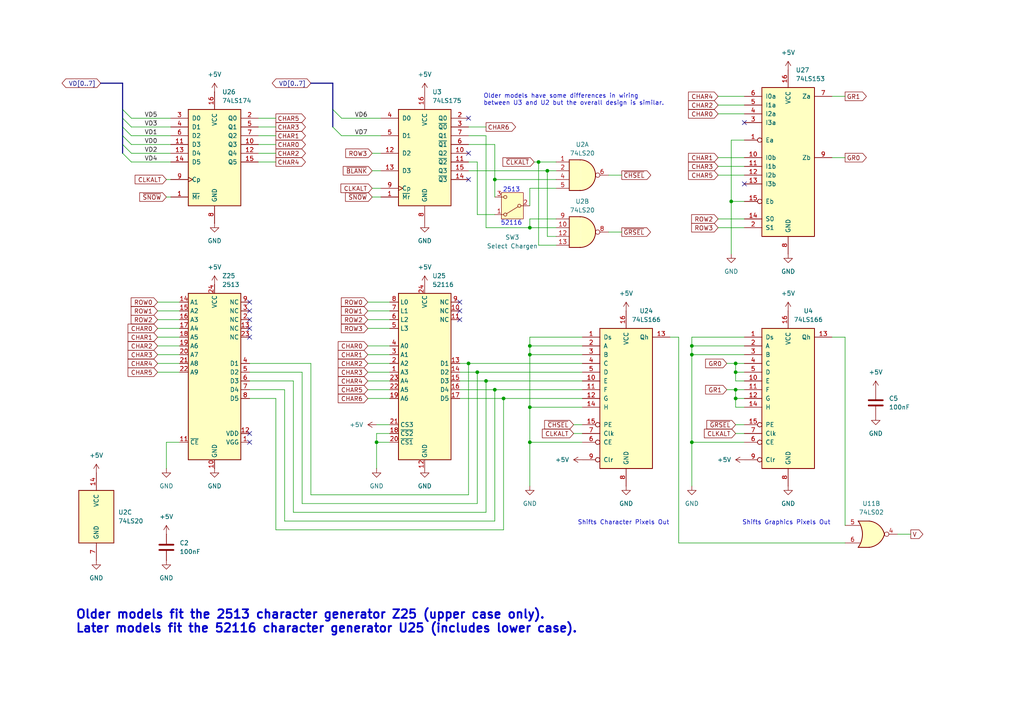
<source format=kicad_sch>
(kicad_sch (version 20231120) (generator "eeschema") (generator_version "8.0")
  (paper "A4")
  (title_block (title "Dick Smith System 80 Video and Cassette") (date "1980"))
  (lib_symbols
    (symbol "74xx:74LS02" (pin_names (offset 1.016))
      (property "Reference" "U" (at 0 1.27 0))
      (property "Value" "74LS02" (at 0 -1.27 0))
      (symbol "74LS02_1_1"
        (arc (start -3.81 -3.81) (mid -2.589 0) (end -3.81 3.81) (stroke (width 0.254)))
        (arc (start -0.6096 -3.81) (mid 2.1842 -2.5851) (end 3.81 0) (stroke (width 0.254)) (fill (type background)))
        (polyline (pts (xy -3.81 -3.81) (xy -0.635 -3.81)) (stroke (width 0.254)) (fill (type background)))
        (polyline (pts (xy -3.81 3.81) (xy -0.635 3.81)) (stroke (width 0.254)) (fill (type background)))
        (polyline (pts (xy -0.635 3.81) (xy -3.81 3.81) (xy -3.81 3.81) (xy -3.556 3.4036) (xy -3.0226 2.2606) (xy -2.6924 1.0414) (xy -2.6162 -0.254) (xy -2.7686 -1.4986) (xy -3.175 -2.7178) (xy -3.81 -3.81) (xy -3.81 -3.81) (xy -0.635 -3.81)) (stroke (width -25.4)) (fill (type background)))
        (arc (start 3.81 0) (mid 2.1915 2.5936) (end -0.6096 3.81) (stroke (width 0.254)) (fill (type background)))
        (pin output inverted (at 7.62 0 180) (length 3.81) (name "~") (number "1"))
        (pin input line (at -7.62 2.54 0) (length 4.318) (name "~") (number "2"))
        (pin input line (at -7.62 -2.54 0) (length 4.318) (name "~") (number "3"))
      )
      (symbol "74LS02_1_2"
        (arc (start 0 -3.81) (mid 3.7934 0) (end 0 3.81) (stroke (width 0.254)) (fill (type background)))
        (polyline (pts (xy 0 3.81) (xy -3.81 3.81) (xy -3.81 -3.81) (xy 0 -3.81)) (stroke (width 0.254)) (fill (type background)))
        (pin output line (at 7.62 0 180) (length 3.81) (name "~") (number "1"))
        (pin input inverted (at -7.62 2.54 0) (length 3.81) (name "~") (number "2"))
        (pin input inverted (at -7.62 -2.54 0) (length 3.81) (name "~") (number "3"))
      )
      (symbol "74LS02_2_1"
        (arc (start -3.81 -3.81) (mid -2.589 0) (end -3.81 3.81) (stroke (width 0.254)))
        (arc (start -0.6096 -3.81) (mid 2.1842 -2.5851) (end 3.81 0) (stroke (width 0.254)) (fill (type background)))
        (polyline (pts (xy -3.81 -3.81) (xy -0.635 -3.81)) (stroke (width 0.254)) (fill (type background)))
        (polyline (pts (xy -3.81 3.81) (xy -0.635 3.81)) (stroke (width 0.254)) (fill (type background)))
        (polyline (pts (xy -0.635 3.81) (xy -3.81 3.81) (xy -3.81 3.81) (xy -3.556 3.4036) (xy -3.0226 2.2606) (xy -2.6924 1.0414) (xy -2.6162 -0.254) (xy -2.7686 -1.4986) (xy -3.175 -2.7178) (xy -3.81 -3.81) (xy -3.81 -3.81) (xy -0.635 -3.81)) (stroke (width -25.4)) (fill (type background)))
        (arc (start 3.81 0) (mid 2.1915 2.5936) (end -0.6096 3.81) (stroke (width 0.254)) (fill (type background)))
        (pin output inverted (at 7.62 0 180) (length 3.81) (name "~") (number "4"))
        (pin input line (at -7.62 2.54 0) (length 4.318) (name "~") (number "5"))
        (pin input line (at -7.62 -2.54 0) (length 4.318) (name "~") (number "6"))
      )
      (symbol "74LS02_2_2"
        (arc (start 0 -3.81) (mid 3.7934 0) (end 0 3.81) (stroke (width 0.254)) (fill (type background)))
        (polyline (pts (xy 0 3.81) (xy -3.81 3.81) (xy -3.81 -3.81) (xy 0 -3.81)) (stroke (width 0.254)) (fill (type background)))
        (pin output line (at 7.62 0 180) (length 3.81) (name "~") (number "4"))
        (pin input inverted (at -7.62 2.54 0) (length 3.81) (name "~") (number "5"))
        (pin input inverted (at -7.62 -2.54 0) (length 3.81) (name "~") (number "6"))
      )
      (symbol "74LS02_3_1"
        (arc (start -3.81 -3.81) (mid -2.589 0) (end -3.81 3.81) (stroke (width 0.254)))
        (arc (start -0.6096 -3.81) (mid 2.1842 -2.5851) (end 3.81 0) (stroke (width 0.254)) (fill (type background)))
        (polyline (pts (xy -3.81 -3.81) (xy -0.635 -3.81)) (stroke (width 0.254)) (fill (type background)))
        (polyline (pts (xy -3.81 3.81) (xy -0.635 3.81)) (stroke (width 0.254)) (fill (type background)))
        (polyline (pts (xy -0.635 3.81) (xy -3.81 3.81) (xy -3.81 3.81) (xy -3.556 3.4036) (xy -3.0226 2.2606) (xy -2.6924 1.0414) (xy -2.6162 -0.254) (xy -2.7686 -1.4986) (xy -3.175 -2.7178) (xy -3.81 -3.81) (xy -3.81 -3.81) (xy -0.635 -3.81)) (stroke (width -25.4)) (fill (type background)))
        (arc (start 3.81 0) (mid 2.1915 2.5936) (end -0.6096 3.81) (stroke (width 0.254)) (fill (type background)))
        (pin output inverted (at 7.62 0 180) (length 3.81) (name "~") (number "10"))
        (pin input line (at -7.62 2.54 0) (length 4.318) (name "~") (number "8"))
        (pin input line (at -7.62 -2.54 0) (length 4.318) (name "~") (number "9"))
      )
      (symbol "74LS02_3_2"
        (arc (start 0 -3.81) (mid 3.7934 0) (end 0 3.81) (stroke (width 0.254)) (fill (type background)))
        (polyline (pts (xy 0 3.81) (xy -3.81 3.81) (xy -3.81 -3.81) (xy 0 -3.81)) (stroke (width 0.254)) (fill (type background)))
        (pin output line (at 7.62 0 180) (length 3.81) (name "~") (number "10"))
        (pin input inverted (at -7.62 2.54 0) (length 3.81) (name "~") (number "8"))
        (pin input inverted (at -7.62 -2.54 0) (length 3.81) (name "~") (number "9"))
      )
      (symbol "74LS02_4_1"
        (arc (start -3.81 -3.81) (mid -2.589 0) (end -3.81 3.81) (stroke (width 0.254)))
        (arc (start -0.6096 -3.81) (mid 2.1842 -2.5851) (end 3.81 0) (stroke (width 0.254)) (fill (type background)))
        (polyline (pts (xy -3.81 -3.81) (xy -0.635 -3.81)) (stroke (width 0.254)) (fill (type background)))
        (polyline (pts (xy -3.81 3.81) (xy -0.635 3.81)) (stroke (width 0.254)) (fill (type background)))
        (polyline (pts (xy -0.635 3.81) (xy -3.81 3.81) (xy -3.81 3.81) (xy -3.556 3.4036) (xy -3.0226 2.2606) (xy -2.6924 1.0414) (xy -2.6162 -0.254) (xy -2.7686 -1.4986) (xy -3.175 -2.7178) (xy -3.81 -3.81) (xy -3.81 -3.81) (xy -0.635 -3.81)) (stroke (width -25.4)) (fill (type background)))
        (arc (start 3.81 0) (mid 2.1915 2.5936) (end -0.6096 3.81) (stroke (width 0.254)) (fill (type background)))
        (pin input line (at -7.62 2.54 0) (length 4.318) (name "~") (number "11"))
        (pin input line (at -7.62 -2.54 0) (length 4.318) (name "~") (number "12"))
        (pin output inverted (at 7.62 0 180) (length 3.81) (name "~") (number "13"))
      )
      (symbol "74LS02_4_2"
        (arc (start 0 -3.81) (mid 3.7934 0) (end 0 3.81) (stroke (width 0.254)) (fill (type background)))
        (polyline (pts (xy 0 3.81) (xy -3.81 3.81) (xy -3.81 -3.81) (xy 0 -3.81)) (stroke (width 0.254)) (fill (type background)))
        (pin input inverted (at -7.62 2.54 0) (length 3.81) (name "~") (number "11"))
        (pin input inverted (at -7.62 -2.54 0) (length 3.81) (name "~") (number "12"))
        (pin output line (at 7.62 0 180) (length 3.81) (name "~") (number "13"))
      )
      (symbol "74LS02_5_0"
        (pin power_in line (at 0 12.7 270) (length 5.08) (name "VCC") (number "14"))
        (pin power_in line (at 0 -12.7 90) (length 5.08) (name "GND") (number "7"))
      )
      (symbol "74LS02_5_1"
        (rectangle (start -5.08 7.62) (end 5.08 -7.62) (stroke (width 0.254)) (fill (type background)))
      )
    )
    (symbol "74xx:74LS153" (pin_names (offset 1.016))
      (property "Reference" "U" (at -7.62 21.59 0))
      (property "Value" "74LS153" (at -7.62 -24.13 0))
      (symbol "74LS153_1_0"
        (pin input inverted (at -12.7 5.08 0) (length 5.08) (name "Ea") (number "1"))
        (pin input line (at -12.7 0 0) (length 5.08) (name "I0b") (number "10"))
        (pin input line (at -12.7 -2.54 0) (length 5.08) (name "I1b") (number "11"))
        (pin input line (at -12.7 -5.08 0) (length 5.08) (name "I2b") (number "12"))
        (pin input line (at -12.7 -7.62 0) (length 5.08) (name "I3b") (number "13"))
        (pin input line (at -12.7 -17.78 0) (length 5.08) (name "S0") (number "14"))
        (pin input inverted (at -12.7 -12.7 0) (length 5.08) (name "Eb") (number "15"))
        (pin power_in line (at 0 25.4 270) (length 5.08) (name "VCC") (number "16"))
        (pin input line (at -12.7 -20.32 0) (length 5.08) (name "S1") (number "2"))
        (pin input line (at -12.7 10.16 0) (length 5.08) (name "I3a") (number "3"))
        (pin input line (at -12.7 12.7 0) (length 5.08) (name "I2a") (number "4"))
        (pin input line (at -12.7 15.24 0) (length 5.08) (name "I1a") (number "5"))
        (pin input line (at -12.7 17.78 0) (length 5.08) (name "I0a") (number "6"))
        (pin output line (at 12.7 17.78 180) (length 5.08) (name "Za") (number "7"))
        (pin power_in line (at 0 -27.94 90) (length 5.08) (name "GND") (number "8"))
        (pin output line (at 12.7 0 180) (length 5.08) (name "Zb") (number "9"))
      )
      (symbol "74LS153_1_1"
        (rectangle (start -7.62 20.32) (end 7.62 -22.86) (stroke (width 0.254)) (fill (type background)))
      )
    )
    (symbol "74xx:74LS166" (pin_names (offset 1.016))
      (property "Reference" "U" (at -7.62 21.59 0))
      (property "Value" "74LS166" (at -7.62 -21.59 0))
      (symbol "74LS166_1_0"
        (pin input line (at -12.7 17.78 0) (length 5.08) (name "Ds") (number "1"))
        (pin input line (at -12.7 5.08 0) (length 5.08) (name "E") (number "10"))
        (pin input line (at -12.7 2.54 0) (length 5.08) (name "F") (number "11"))
        (pin input line (at -12.7 0 0) (length 5.08) (name "G") (number "12"))
        (pin output line (at 12.7 17.78 180) (length 5.08) (name "Qh") (number "13"))
        (pin input line (at -12.7 -2.54 0) (length 5.08) (name "H") (number "14"))
        (pin input inverted (at -12.7 -7.62 0) (length 5.08) (name "PE") (number "15"))
        (pin power_in line (at 0 25.4 270) (length 5.08) (name "VCC") (number "16"))
        (pin input line (at -12.7 15.24 0) (length 5.08) (name "A") (number "2"))
        (pin input line (at -12.7 12.7 0) (length 5.08) (name "B") (number "3"))
        (pin input line (at -12.7 10.16 0) (length 5.08) (name "C") (number "4"))
        (pin input line (at -12.7 7.62 0) (length 5.08) (name "D") (number "5"))
        (pin input inverted (at -12.7 -12.7 0) (length 5.08) (name "CE") (number "6"))
        (pin input line (at -12.7 -10.16 0) (length 5.08) (name "Clk") (number "7"))
        (pin power_in line (at 0 -25.4 90) (length 5.08) (name "GND") (number "8"))
        (pin input inverted (at -12.7 -17.78 0) (length 5.08) (name "Clr") (number "9"))
      )
      (symbol "74LS166_1_1"
        (rectangle (start -7.62 20.32) (end 7.62 -20.32) (stroke (width 0.254)) (fill (type background)))
      )
    )
    (symbol "74xx:74LS174" (pin_names (offset 1.016))
      (property "Reference" "U" (at -7.62 13.97 0))
      (property "Value" "74LS174" (at -7.62 -16.51 0))
      (symbol "74LS174_1_0"
        (pin input line (at -12.7 -12.7 0) (length 5.08) (name "~{Mr}") (number "1"))
        (pin output line (at 12.7 2.54 180) (length 5.08) (name "Q3") (number "10"))
        (pin input line (at -12.7 2.54 0) (length 5.08) (name "D3") (number "11"))
        (pin output line (at 12.7 0 180) (length 5.08) (name "Q4") (number "12"))
        (pin input line (at -12.7 0 0) (length 5.08) (name "D4") (number "13"))
        (pin input line (at -12.7 -2.54 0) (length 5.08) (name "D5") (number "14"))
        (pin output line (at 12.7 -2.54 180) (length 5.08) (name "Q5") (number "15"))
        (pin power_in line (at 0 17.78 270) (length 5.08) (name "VCC") (number "16"))
        (pin output line (at 12.7 10.16 180) (length 5.08) (name "Q0") (number "2"))
        (pin input line (at -12.7 10.16 0) (length 5.08) (name "D0") (number "3"))
        (pin input line (at -12.7 7.62 0) (length 5.08) (name "D1") (number "4"))
        (pin output line (at 12.7 7.62 180) (length 5.08) (name "Q1") (number "5"))
        (pin input line (at -12.7 5.08 0) (length 5.08) (name "D2") (number "6"))
        (pin output line (at 12.7 5.08 180) (length 5.08) (name "Q2") (number "7"))
        (pin power_in line (at 0 -20.32 90) (length 5.08) (name "GND") (number "8"))
        (pin input clock (at -12.7 -7.62 0) (length 5.08) (name "Cp") (number "9"))
      )
      (symbol "74LS174_1_1"
        (rectangle (start -7.62 12.7) (end 7.62 -15.24) (stroke (width 0.254)) (fill (type background)))
      )
    )
    (symbol "74xx:74LS175" (pin_names (offset 1.016))
      (property "Reference" "U" (at -7.62 13.97 0))
      (property "Value" "74LS175" (at -7.62 -16.51 0))
      (symbol "74LS175_1_0"
        (pin input line (at -12.7 -12.7 0) (length 5.08) (name "~{Mr}") (number "1"))
        (pin output line (at 12.7 0 180) (length 5.08) (name "Q2") (number "10"))
        (pin output line (at 12.7 -2.54 180) (length 5.08) (name "~{Q2}") (number "11"))
        (pin input line (at -12.7 0 0) (length 5.08) (name "D2") (number "12"))
        (pin input line (at -12.7 -5.08 0) (length 5.08) (name "D3") (number "13"))
        (pin output line (at 12.7 -7.62 180) (length 5.08) (name "~{Q3}") (number "14"))
        (pin output line (at 12.7 -5.08 180) (length 5.08) (name "Q3") (number "15"))
        (pin power_in line (at 0 17.78 270) (length 5.08) (name "VCC") (number "16"))
        (pin output line (at 12.7 10.16 180) (length 5.08) (name "Q0") (number "2"))
        (pin output line (at 12.7 7.62 180) (length 5.08) (name "~{Q0}") (number "3"))
        (pin input line (at -12.7 10.16 0) (length 5.08) (name "D0") (number "4"))
        (pin input line (at -12.7 5.08 0) (length 5.08) (name "D1") (number "5"))
        (pin output line (at 12.7 2.54 180) (length 5.08) (name "~{Q1}") (number "6"))
        (pin output line (at 12.7 5.08 180) (length 5.08) (name "Q1") (number "7"))
        (pin power_in line (at 0 -20.32 90) (length 5.08) (name "GND") (number "8"))
        (pin input clock (at -12.7 -10.16 0) (length 5.08) (name "Cp") (number "9"))
      )
      (symbol "74LS175_1_1"
        (rectangle (start -7.62 12.7) (end 7.62 -15.24) (stroke (width 0.254)) (fill (type background)))
      )
    )
    (symbol "74xx:74LS20" (pin_names (offset 1.016))
      (property "Reference" "U" (at 0 1.27 0))
      (property "Value" "74LS20" (at 0 -1.27 0))
      (symbol "74LS20_1_1"
        (arc (start -0.635 -4.445) (mid 3.7907 0) (end -0.635 4.445) (stroke (width 0.254)) (fill (type background)))
        (polyline (pts (xy -0.635 4.445) (xy -3.81 4.445) (xy -3.81 -4.445) (xy -0.635 -4.445)) (stroke (width 0.254)) (fill (type background)))
        (pin input line (at -7.62 3.81 0) (length 3.81) (name "~") (number "1"))
        (pin input line (at -7.62 1.27 0) (length 3.81) (name "~") (number "2"))
        (pin input line (at -7.62 -1.27 0) (length 3.81) (name "~") (number "4"))
        (pin input line (at -7.62 -3.81 0) (length 3.81) (name "~") (number "5"))
        (pin output inverted (at 7.62 0 180) (length 3.81) (name "~") (number "6"))
      )
      (symbol "74LS20_1_2"
        (arc (start -3.81 -4.445) (mid -2.5908 0) (end -3.81 4.445) (stroke (width 0.254)))
        (arc (start -0.6096 -4.445) (mid 2.2246 -2.8422) (end 3.81 0) (stroke (width 0.254)) (fill (type background)))
        (polyline (pts (xy -3.81 -4.445) (xy -0.635 -4.445)) (stroke (width 0.254)) (fill (type background)))
        (polyline (pts (xy -3.81 4.445) (xy -0.635 4.445)) (stroke (width 0.254)) (fill (type background)))
        (polyline (pts (xy -0.635 4.445) (xy -3.81 4.445) (xy -3.81 4.445) (xy -3.6322 4.0894) (xy -3.0988 2.921) (xy -2.7686 1.6764) (xy -2.6162 0.4318) (xy -2.6416 -0.8636) (xy -2.8702 -2.1082) (xy -3.2512 -3.3274) (xy -3.81 -4.445) (xy -3.81 -4.445) (xy -0.635 -4.445)) (stroke (width -25.4)) (fill (type background)))
        (arc (start 3.81 0) (mid 2.2204 2.8379) (end -0.6096 4.445) (stroke (width 0.254)) (fill (type background)))
        (pin input inverted (at -7.62 3.81 0) (length 3.81) (name "~") (number "1"))
        (pin input inverted (at -7.62 1.27 0) (length 4.826) (name "~") (number "2"))
        (pin input inverted (at -7.62 -1.27 0) (length 4.826) (name "~") (number "4"))
        (pin input inverted (at -7.62 -3.81 0) (length 3.81) (name "~") (number "5"))
        (pin output line (at 7.62 0 180) (length 3.81) (name "~") (number "6"))
      )
      (symbol "74LS20_2_1"
        (arc (start -0.635 -4.445) (mid 3.7907 0) (end -0.635 4.445) (stroke (width 0.254)) (fill (type background)))
        (polyline (pts (xy -0.635 4.445) (xy -3.81 4.445) (xy -3.81 -4.445) (xy -0.635 -4.445)) (stroke (width 0.254)) (fill (type background)))
        (pin input line (at -7.62 1.27 0) (length 3.81) (name "~") (number "10"))
        (pin input line (at -7.62 -1.27 0) (length 3.81) (name "~") (number "12"))
        (pin input line (at -7.62 -3.81 0) (length 3.81) (name "~") (number "13"))
        (pin output inverted (at 7.62 0 180) (length 3.81) (name "~") (number "8"))
        (pin input line (at -7.62 3.81 0) (length 3.81) (name "~") (number "9"))
      )
      (symbol "74LS20_2_2"
        (arc (start -3.81 -4.445) (mid -2.5908 0) (end -3.81 4.445) (stroke (width 0.254)))
        (arc (start -0.6096 -4.445) (mid 2.2246 -2.8422) (end 3.81 0) (stroke (width 0.254)) (fill (type background)))
        (polyline (pts (xy -3.81 -4.445) (xy -0.635 -4.445)) (stroke (width 0.254)) (fill (type background)))
        (polyline (pts (xy -3.81 4.445) (xy -0.635 4.445)) (stroke (width 0.254)) (fill (type background)))
        (polyline (pts (xy -0.635 4.445) (xy -3.81 4.445) (xy -3.81 4.445) (xy -3.6322 4.0894) (xy -3.0988 2.921) (xy -2.7686 1.6764) (xy -2.6162 0.4318) (xy -2.6416 -0.8636) (xy -2.8702 -2.1082) (xy -3.2512 -3.3274) (xy -3.81 -4.445) (xy -3.81 -4.445) (xy -0.635 -4.445)) (stroke (width -25.4)) (fill (type background)))
        (arc (start 3.81 0) (mid 2.2204 2.8379) (end -0.6096 4.445) (stroke (width 0.254)) (fill (type background)))
        (pin input inverted (at -7.62 1.27 0) (length 4.826) (name "~") (number "10"))
        (pin input inverted (at -7.62 -1.27 0) (length 4.826) (name "~") (number "12"))
        (pin input inverted (at -7.62 -3.81 0) (length 3.81) (name "~") (number "13"))
        (pin output line (at 7.62 0 180) (length 3.81) (name "~") (number "8"))
        (pin input inverted (at -7.62 3.81 0) (length 3.81) (name "~") (number "9"))
      )
      (symbol "74LS20_3_0"
        (pin power_in line (at 0 12.7 270) (length 5.08) (name "VCC") (number "14"))
        (pin power_in line (at 0 -12.7 90) (length 5.08) (name "GND") (number "7"))
      )
      (symbol "74LS20_3_1"
        (rectangle (start -5.08 7.62) (end 5.08 -7.62) (stroke (width 0.254)) (fill (type background)))
      )
    )
    (symbol "Character_Generators:2513"
      (property "Reference" "U" (at -7.62 24.13 0))
      (property "Value" "2513" (at 2.54 -26.67 0))
      (symbol "2513_1_1"
        (rectangle (start -7.62 22.86) (end 7.62 -25.4) (stroke (width 0.254)) (fill (type background)))
        (pin power_in line (at 10.16 -20.32 180) (length 2.54) (name "VGG") (number "1"))
        (pin power_in line (at 0 -27.94 90) (length 2.54) (name "GND") (number "10"))
        (pin input line (at -10.16 -20.32 0) (length 2.54) (name "~{CE}") (number "11"))
        (pin power_in line (at 10.16 -17.78 180) (length 2.54) (name "VDD") (number "12"))
        (pin output line (at 10.16 12.7 180) (length 2.54) (name "NC") (number "13"))
        (pin input line (at -10.16 20.32 0) (length 2.54) (name "A1") (number "14"))
        (pin input line (at -10.16 17.78 0) (length 2.54) (name "A2") (number "15"))
        (pin input line (at -10.16 15.24 0) (length 2.54) (name "A3") (number "16"))
        (pin input line (at -10.16 12.7 0) (length 2.54) (name "A4") (number "17"))
        (pin input line (at -10.16 10.16 0) (length 2.54) (name "A5") (number "18"))
        (pin input line (at -10.16 7.62 0) (length 2.54) (name "A6") (number "19"))
        (pin output line (at 10.16 15.24 180) (length 2.54) (name "NC") (number "2"))
        (pin input line (at -10.16 5.08 0) (length 2.54) (name "A7") (number "20"))
        (pin input line (at -10.16 2.54 0) (length 2.54) (name "A8") (number "21"))
        (pin input line (at -10.16 0 0) (length 2.54) (name "A9") (number "22"))
        (pin output line (at 10.16 10.16 180) (length 2.54) (name "NC") (number "23"))
        (pin power_in line (at 0 25.4 270) (length 2.54) (name "VCC") (number "24"))
        (pin output line (at 10.16 17.78 180) (length 2.54) (name "NC") (number "3"))
        (pin tri_state line (at 10.16 2.54 180) (length 2.54) (name "D1") (number "4"))
        (pin tri_state line (at 10.16 0 180) (length 2.54) (name "D2") (number "5"))
        (pin tri_state line (at 10.16 -2.54 180) (length 2.54) (name "D3") (number "6"))
        (pin tri_state line (at 10.16 -5.08 180) (length 2.54) (name "D4") (number "7"))
        (pin tri_state line (at 10.16 -7.62 180) (length 2.54) (name "D5") (number "8"))
        (pin output line (at 10.16 20.32 180) (length 2.54) (name "NC") (number "9"))
      )
    )
    (symbol "Character_Generators:52116"
      (property "Reference" "U" (at -7.62 24.13 0))
      (property "Value" "52116" (at 2.54 -26.67 0))
      (symbol "52116_1_1"
        (rectangle (start -7.62 22.86) (end 7.62 -25.4) (stroke (width 0.254)) (fill (type background)))
        (pin input line (at -10.16 0 0) (length 2.54) (name "A3") (number "1"))
        (pin output line (at 10.16 17.78 180) (length 2.54) (name "NC") (number "10"))
        (pin output line (at 10.16 15.24 180) (length 2.54) (name "NC") (number "11"))
        (pin power_in line (at 0 -27.94 90) (length 2.54) (name "GND") (number "12"))
        (pin tri_state line (at 10.16 2.54 180) (length 2.54) (name "D1") (number "13"))
        (pin tri_state line (at 10.16 0 180) (length 2.54) (name "D2") (number "14"))
        (pin tri_state line (at 10.16 -2.54 180) (length 2.54) (name "D3") (number "15"))
        (pin tri_state line (at 10.16 -5.08 180) (length 2.54) (name "D4") (number "16"))
        (pin tri_state line (at 10.16 -7.62 180) (length 2.54) (name "D5") (number "17"))
        (pin input line (at -10.16 -17.78 0) (length 2.54) (name "~{CS2}") (number "18"))
        (pin input line (at -10.16 -7.62 0) (length 2.54) (name "A6") (number "19"))
        (pin input line (at -10.16 2.54 0) (length 2.54) (name "A2") (number "2"))
        (pin input line (at -10.16 -20.32 0) (length 2.54) (name "~{CS1}") (number "20"))
        (pin input line (at -10.16 -15.24 0) (length 2.54) (name "CS3") (number "21"))
        (pin input line (at -10.16 -5.08 0) (length 2.54) (name "A5") (number "22"))
        (pin input line (at -10.16 -2.54 0) (length 2.54) (name "A4") (number "23"))
        (pin power_in line (at 0 25.4 270) (length 2.54) (name "VCC") (number "24"))
        (pin input line (at -10.16 5.08 0) (length 2.54) (name "A1") (number "3"))
        (pin input line (at -10.16 7.62 0) (length 2.54) (name "A0") (number "4"))
        (pin input line (at -10.16 12.7 0) (length 2.54) (name "L3") (number "5"))
        (pin input line (at -10.16 15.24 0) (length 2.54) (name "L2") (number "6"))
        (pin input line (at -10.16 17.78 0) (length 2.54) (name "L1") (number "7"))
        (pin input line (at -10.16 20.32 0) (length 2.54) (name "L0") (number "8"))
        (pin output line (at 10.16 20.32 180) (length 2.54) (name "NC") (number "9"))
      )
    )
    (symbol "Device:C" (pin_numbers hide) (pin_names (offset 0.254))
      (property "Reference" "C" (at 0.635 2.54 0))
      (property "Value" "C" (at 0.635 -2.54 0))
      (symbol "C_0_1"
        (polyline (pts (xy -2.032 -0.762) (xy 2.032 -0.762)) (stroke (width 0.508)))
        (polyline (pts (xy -2.032 0.762) (xy 2.032 0.762)) (stroke (width 0.508)))
      )
      (symbol "C_1_1"
        (pin passive line (at 0 3.81 270) (length 2.794) (name "~") (number "1"))
        (pin passive line (at 0 -3.81 90) (length 2.794) (name "~") (number "2"))
      )
    )
    (symbol "Switch:SW_SPDT" (pin_names (offset 0) hide)
      (property "Reference" "SW" (at 0 5.08 0))
      (property "Value" "SW_SPDT" (at 0 -5.08 0))
      (symbol "SW_SPDT_0_1"
        (circle (center -2.032 0) (radius 0.4572))
        (polyline (pts (xy -1.651 0.254) (xy 1.651 2.286)))
        (circle (center 2.032 -2.54) (radius 0.4572))
        (circle (center 2.032 2.54) (radius 0.4572))
      )
      (symbol "SW_SPDT_1_1"
        (rectangle (start -3.175 3.81) (end 3.175 -3.81) (fill (type background)))
        (pin passive line (at 5.08 2.54 180) (length 2.54) (name "A") (number "1"))
        (pin passive line (at -5.08 0 0) (length 2.54) (name "B") (number "2"))
        (pin passive line (at 5.08 -2.54 180) (length 2.54) (name "C") (number "3"))
      )
    )
    (symbol "power:+5V" (power) (pin_numbers hide) (pin_names (offset 0) hide)
      (property "Value" "+5V" (at 0 3.556 0))
      (symbol "+5V_0_1"
        (polyline (pts (xy -0.762 1.27) (xy 0 2.54)))
        (polyline (pts (xy 0 0) (xy 0 2.54)))
        (polyline (pts (xy 0 2.54) (xy 0.762 1.27)))
      )
      (symbol "+5V_1_1"
        (pin power_in line (at 0 0 90) (length 0) (name "~") (number "1"))
      )
    )
    (symbol "power:GND" (power) (pin_numbers hide) (pin_names (offset 0) hide)
      (property "Value" "GND" (at 0 -3.81 0))
      (symbol "GND_0_1"
        (polyline (pts (xy 0 0) (xy 0 -1.27) (xy 1.27 -1.27) (xy 0 -2.54) (xy -1.27 -1.27) (xy 0 -1.27)))
      )
      (symbol "GND_1_1"
        (pin power_in line (at 0 0 270) (length 0) (name "~") (number "1"))
      )
    )
  )
  (junction (at 143.51 113.03))
  (junction (at 143.51 52.07))
  (junction (at 153.67 128.27))
  (junction (at 213.36 107.95))
  (junction (at 200.66 100.33))
  (junction (at 158.75 49.53))
  (junction (at 153.67 118.11))
  (junction (at 138.43 107.95))
  (junction (at 153.67 100.33))
  (junction (at 200.66 128.27))
  (junction (at 153.67 102.87))
  (junction (at 213.36 105.41))
  (junction (at 213.36 113.03))
  (junction (at 200.66 102.87))
  (junction (at 213.36 115.57))
  (junction (at 146.05 115.57))
  (junction (at 212.09 58.42))
  (junction (at 156.21 46.99))
  (junction (at 140.97 110.49))
  (junction (at 153.67 66.04))
  (junction (at 109.22 128.27))
  (junction (at 135.89 105.41))
  (no_connect (at 135.89 44.45))
  (no_connect (at 72.39 95.25))
  (no_connect (at 72.39 128.27))
  (no_connect (at 72.39 87.63))
  (no_connect (at 135.89 34.29))
  (no_connect (at 135.89 52.07))
  (no_connect (at 133.35 92.71))
  (no_connect (at 133.35 90.17))
  (no_connect (at 215.9 53.34))
  (no_connect (at 133.35 87.63))
  (no_connect (at 72.39 97.79))
  (no_connect (at 72.39 92.71))
  (no_connect (at 215.9 35.56))
  (no_connect (at 72.39 90.17))
  (no_connect (at 72.39 125.73))
  (bus_entry (at 35.56 31.75) (size 2.54 2.54))
  (bus_entry (at 35.56 39.37) (size 2.54 2.54))
  (bus_entry (at 35.56 36.83) (size 2.54 2.54))
  (bus_entry (at 35.56 41.91) (size 2.54 2.54))
  (bus_entry (at 35.56 44.45) (size 2.54 2.54))
  (bus_entry (at 96.52 36.83) (size 2.54 2.54))
  (bus_entry (at 96.52 31.75) (size 2.54 2.54))
  (bus_entry (at 35.56 34.29) (size 2.54 2.54))
  (wire (pts (xy 82.55 151.13) (xy 143.51 151.13)))
  (wire (pts (xy 109.22 123.19) (xy 113.03 123.19)))
  (wire (pts (xy 153.67 54.61) (xy 161.29 54.61)))
  (wire (pts (xy 213.36 107.95) (xy 213.36 105.41)))
  (wire (pts (xy 213.36 118.11) (xy 213.36 115.57)))
  (wire (pts (xy 138.43 46.99) (xy 138.43 62.23)))
  (bus (pts (xy 35.56 31.75) (xy 35.56 34.29)))
  (wire (pts (xy 153.67 97.79) (xy 153.67 100.33)))
  (wire (pts (xy 106.68 95.25) (xy 113.03 95.25)))
  (wire (pts (xy 158.75 68.58) (xy 158.75 49.53)))
  (wire (pts (xy 208.28 48.26) (xy 215.9 48.26)))
  (wire (pts (xy 45.72 105.41) (xy 52.07 105.41)))
  (wire (pts (xy 38.1 36.83) (xy 49.53 36.83)))
  (wire (pts (xy 87.63 146.05) (xy 138.43 146.05)))
  (wire (pts (xy 107.95 44.45) (xy 110.49 44.45)))
  (wire (pts (xy 135.89 36.83) (xy 140.97 36.83)))
  (bus (pts (xy 35.56 34.29) (xy 35.56 36.83)))
  (wire (pts (xy 213.36 113.03) (xy 215.9 113.03)))
  (wire (pts (xy 241.3 97.79) (xy 245.11 97.79)))
  (wire (pts (xy 146.05 153.67) (xy 146.05 115.57)))
  (wire (pts (xy 140.97 66.04) (xy 140.97 39.37)))
  (wire (pts (xy 85.09 148.59) (xy 140.97 148.59)))
  (wire (pts (xy 140.97 39.37) (xy 135.89 39.37)))
  (wire (pts (xy 153.67 128.27) (xy 168.91 128.27)))
  (wire (pts (xy 140.97 110.49) (xy 168.91 110.49)))
  (wire (pts (xy 153.67 118.11) (xy 168.91 118.11)))
  (wire (pts (xy 153.67 102.87) (xy 168.91 102.87)))
  (wire (pts (xy 166.37 123.19) (xy 168.91 123.19)))
  (wire (pts (xy 153.67 118.11) (xy 153.67 128.27)))
  (wire (pts (xy 210.82 113.03) (xy 213.36 113.03)))
  (wire (pts (xy 146.05 115.57) (xy 168.91 115.57)))
  (wire (pts (xy 200.66 97.79) (xy 200.66 100.33)))
  (wire (pts (xy 245.11 157.48) (xy 196.85 157.48)))
  (wire (pts (xy 212.09 40.64) (xy 215.9 40.64)))
  (wire (pts (xy 210.82 105.41) (xy 213.36 105.41)))
  (wire (pts (xy 176.53 50.8) (xy 180.34 50.8)))
  (wire (pts (xy 153.67 54.61) (xy 153.67 59.69)))
  (bus (pts (xy 35.56 36.83) (xy 35.56 39.37)))
  (wire (pts (xy 133.35 107.95) (xy 138.43 107.95)))
  (wire (pts (xy 215.9 97.79) (xy 200.66 97.79)))
  (wire (pts (xy 264.16 154.94) (xy 260.35 154.94)))
  (wire (pts (xy 74.93 34.29) (xy 80.01 34.29)))
  (wire (pts (xy 241.3 45.72) (xy 245.11 45.72)))
  (wire (pts (xy 213.36 107.95) (xy 215.9 107.95)))
  (wire (pts (xy 208.28 30.48) (xy 215.9 30.48)))
  (wire (pts (xy 85.09 110.49) (xy 85.09 148.59)))
  (wire (pts (xy 140.97 148.59) (xy 140.97 110.49)))
  (wire (pts (xy 106.68 110.49) (xy 113.03 110.49)))
  (wire (pts (xy 208.28 27.94) (xy 215.9 27.94)))
  (wire (pts (xy 200.66 102.87) (xy 215.9 102.87)))
  (wire (pts (xy 166.37 125.73) (xy 168.91 125.73)))
  (wire (pts (xy 153.67 63.5) (xy 153.67 66.04)))
  (wire (pts (xy 90.17 143.51) (xy 135.89 143.51)))
  (wire (pts (xy 168.91 97.79) (xy 153.67 97.79)))
  (wire (pts (xy 143.51 52.07) (xy 161.29 52.07)))
  (wire (pts (xy 45.72 102.87) (xy 52.07 102.87)))
  (wire (pts (xy 138.43 62.23) (xy 143.51 62.23)))
  (wire (pts (xy 156.21 46.99) (xy 161.29 46.99)))
  (wire (pts (xy 106.68 90.17) (xy 113.03 90.17)))
  (wire (pts (xy 161.29 63.5) (xy 153.67 63.5)))
  (wire (pts (xy 153.67 128.27) (xy 153.67 140.97)))
  (wire (pts (xy 38.1 46.99) (xy 49.53 46.99)))
  (wire (pts (xy 212.09 58.42) (xy 212.09 40.64)))
  (wire (pts (xy 107.95 57.15) (xy 110.49 57.15)))
  (wire (pts (xy 143.51 41.91) (xy 143.51 52.07)))
  (wire (pts (xy 194.31 97.79) (xy 196.85 97.79)))
  (wire (pts (xy 153.67 100.33) (xy 153.67 102.87)))
  (wire (pts (xy 153.67 102.87) (xy 153.67 118.11)))
  (wire (pts (xy 153.67 100.33) (xy 168.91 100.33)))
  (wire (pts (xy 109.22 128.27) (xy 113.03 128.27)))
  (wire (pts (xy 200.66 100.33) (xy 200.66 102.87)))
  (wire (pts (xy 133.35 105.41) (xy 135.89 105.41)))
  (wire (pts (xy 38.1 34.29) (xy 49.53 34.29)))
  (wire (pts (xy 72.39 113.03) (xy 82.55 113.03)))
  (wire (pts (xy 135.89 49.53) (xy 158.75 49.53)))
  (wire (pts (xy 99.06 34.29) (xy 110.49 34.29)))
  (wire (pts (xy 135.89 105.41) (xy 168.91 105.41)))
  (wire (pts (xy 38.1 41.91) (xy 49.53 41.91)))
  (wire (pts (xy 213.36 125.73) (xy 215.9 125.73)))
  (wire (pts (xy 74.93 41.91) (xy 80.01 41.91)))
  (wire (pts (xy 213.36 105.41) (xy 215.9 105.41)))
  (wire (pts (xy 48.26 135.89) (xy 48.26 128.27)))
  (wire (pts (xy 154.94 46.99) (xy 156.21 46.99)))
  (wire (pts (xy 135.89 41.91) (xy 143.51 41.91)))
  (wire (pts (xy 80.01 115.57) (xy 80.01 153.67)))
  (wire (pts (xy 135.89 143.51) (xy 135.89 105.41)))
  (wire (pts (xy 213.36 110.49) (xy 213.36 107.95)))
  (wire (pts (xy 45.72 107.95) (xy 52.07 107.95)))
  (wire (pts (xy 215.9 110.49) (xy 213.36 110.49)))
  (wire (pts (xy 133.35 113.03) (xy 143.51 113.03)))
  (wire (pts (xy 45.72 90.17) (xy 52.07 90.17)))
  (wire (pts (xy 38.1 39.37) (xy 49.53 39.37)))
  (wire (pts (xy 213.36 115.57) (xy 213.36 113.03)))
  (wire (pts (xy 107.95 54.61) (xy 110.49 54.61)))
  (wire (pts (xy 72.39 110.49) (xy 85.09 110.49)))
  (wire (pts (xy 106.68 87.63) (xy 113.03 87.63)))
  (bus (pts (xy 96.52 24.13) (xy 96.52 31.75)))
  (wire (pts (xy 135.89 46.99) (xy 138.43 46.99)))
  (wire (pts (xy 106.68 100.33) (xy 113.03 100.33)))
  (wire (pts (xy 106.68 92.71) (xy 113.03 92.71)))
  (wire (pts (xy 74.93 46.99) (xy 80.01 46.99)))
  (wire (pts (xy 208.28 66.04) (xy 215.9 66.04)))
  (wire (pts (xy 161.29 68.58) (xy 158.75 68.58)))
  (wire (pts (xy 245.11 97.79) (xy 245.11 152.4)))
  (wire (pts (xy 80.01 153.67) (xy 146.05 153.67)))
  (wire (pts (xy 200.66 128.27) (xy 200.66 140.97)))
  (wire (pts (xy 109.22 135.89) (xy 109.22 128.27)))
  (wire (pts (xy 200.66 128.27) (xy 215.9 128.27)))
  (wire (pts (xy 161.29 66.04) (xy 153.67 66.04)))
  (wire (pts (xy 45.72 92.71) (xy 52.07 92.71)))
  (wire (pts (xy 176.53 67.31) (xy 180.34 67.31)))
  (wire (pts (xy 74.93 36.83) (xy 80.01 36.83)))
  (wire (pts (xy 213.36 123.19) (xy 215.9 123.19)))
  (wire (pts (xy 156.21 71.12) (xy 156.21 46.99)))
  (wire (pts (xy 200.66 100.33) (xy 215.9 100.33)))
  (wire (pts (xy 208.28 33.02) (xy 215.9 33.02)))
  (wire (pts (xy 45.72 87.63) (xy 52.07 87.63)))
  (wire (pts (xy 107.95 49.53) (xy 110.49 49.53)))
  (wire (pts (xy 72.39 105.41) (xy 90.17 105.41)))
  (wire (pts (xy 208.28 45.72) (xy 215.9 45.72)))
  (wire (pts (xy 212.09 58.42) (xy 215.9 58.42)))
  (wire (pts (xy 109.22 125.73) (xy 109.22 128.27)))
  (wire (pts (xy 106.68 115.57) (xy 113.03 115.57)))
  (wire (pts (xy 158.75 49.53) (xy 161.29 49.53)))
  (wire (pts (xy 143.51 52.07) (xy 143.51 57.15)))
  (wire (pts (xy 45.72 95.25) (xy 52.07 95.25)))
  (wire (pts (xy 196.85 157.48) (xy 196.85 97.79)))
  (wire (pts (xy 208.28 50.8) (xy 215.9 50.8)))
  (wire (pts (xy 38.1 44.45) (xy 49.53 44.45)))
  (wire (pts (xy 106.68 113.03) (xy 113.03 113.03)))
  (wire (pts (xy 106.68 107.95) (xy 113.03 107.95)))
  (wire (pts (xy 215.9 118.11) (xy 213.36 118.11)))
  (wire (pts (xy 143.51 113.03) (xy 168.91 113.03)))
  (wire (pts (xy 138.43 146.05) (xy 138.43 107.95)))
  (wire (pts (xy 99.06 39.37) (xy 110.49 39.37)))
  (wire (pts (xy 113.03 125.73) (xy 109.22 125.73)))
  (wire (pts (xy 48.26 57.15) (xy 49.53 57.15)))
  (wire (pts (xy 161.29 71.12) (xy 156.21 71.12)))
  (wire (pts (xy 241.3 27.94) (xy 245.11 27.94)))
  (wire (pts (xy 87.63 107.95) (xy 87.63 146.05)))
  (bus (pts (xy 35.56 24.13) (xy 35.56 31.75)))
  (wire (pts (xy 208.28 63.5) (xy 215.9 63.5)))
  (wire (pts (xy 74.93 39.37) (xy 80.01 39.37)))
  (bus (pts (xy 29.21 24.13) (xy 35.56 24.13)))
  (wire (pts (xy 133.35 115.57) (xy 146.05 115.57)))
  (wire (pts (xy 72.39 107.95) (xy 87.63 107.95)))
  (wire (pts (xy 143.51 151.13) (xy 143.51 113.03)))
  (wire (pts (xy 200.66 102.87) (xy 200.66 128.27)))
  (wire (pts (xy 45.72 97.79) (xy 52.07 97.79)))
  (bus (pts (xy 35.56 41.91) (xy 35.56 44.45)))
  (wire (pts (xy 82.55 113.03) (xy 82.55 151.13)))
  (wire (pts (xy 45.72 100.33) (xy 52.07 100.33)))
  (wire (pts (xy 90.17 105.41) (xy 90.17 143.51)))
  (wire (pts (xy 48.26 128.27) (xy 52.07 128.27)))
  (bus (pts (xy 90.17 24.13) (xy 96.52 24.13)))
  (wire (pts (xy 133.35 110.49) (xy 140.97 110.49)))
  (wire (pts (xy 72.39 115.57) (xy 80.01 115.57)))
  (wire (pts (xy 48.26 52.07) (xy 49.53 52.07)))
  (wire (pts (xy 153.67 66.04) (xy 140.97 66.04)))
  (wire (pts (xy 74.93 44.45) (xy 80.01 44.45)))
  (wire (pts (xy 138.43 107.95) (xy 168.91 107.95)))
  (wire (pts (xy 213.36 115.57) (xy 215.9 115.57)))
  (wire (pts (xy 106.68 102.87) (xy 113.03 102.87)))
  (wire (pts (xy 106.68 105.41) (xy 113.03 105.41)))
  (bus (pts (xy 35.56 39.37) (xy 35.56 41.91)))
  (bus (pts (xy 96.52 31.75) (xy 96.52 36.83)))
  (wire (pts (xy 212.09 73.66) (xy 212.09 58.42)))
  (text "Shifts Character Pixels Out" (at 180.848 151.638 0) (effects (font (size 1.27 1.27))))
  (text "Shifts Graphics Pixels Out" (at 228.092 151.638 0) (effects (font (size 1.27 1.27))))
  (text "Older models have some differences in wiring\nbetween U3 and U2 but the overall design is similar." (at 140.208 28.956 0) (effects (font (size 1.27 1.27)) (justify left)))
  (text "52116" (at 148.336 64.77 0) (effects (font (size 1.27 1.27))))
  (text "Older models fit the 2513 character generator Z25 (upper case only).\nLater models fit the 52116 character generator U25 (includes lower case)." (at 21.844 180.34 0) (effects (font (size 2.5 2.5) (thickness 0.5) (bold yes)) (justify left)))
  (text "2513" (at 148.336 55.118 0) (effects (font (size 1.27 1.27))))
  (label "VD2" (at 41.91 44.45 0))
  (label "VD6" (at 102.87 34.29 0))
  (label "VD4" (at 41.91 46.99 0))
  (label "VD5" (at 41.91 34.29 0))
  (label "VD1" (at 41.91 39.37 0))
  (label "VD7" (at 102.87 39.37 0))
  (label "VD0" (at 41.91 41.91 0))
  (label "VD3" (at 41.91 36.83 0))
  (global_label "ROW2" (shape input) (at 45.72 92.71 180) (property "Intersheetrefs" "${INTERSHEET_REFS}" (effects (hide yes))))
  (global_label "CHAR6" (shape input) (at 106.68 115.57 180) (property "Intersheetrefs" "${INTERSHEET_REFS}" (effects (hide yes))))
  (global_label "CHAR0" (shape input) (at 45.72 95.25 180) (property "Intersheetrefs" "${INTERSHEET_REFS}" (effects (hide yes))))
  (global_label "CHAR2" (shape input) (at 208.28 30.48 180) (property "Intersheetrefs" "${INTERSHEET_REFS}" (effects (hide yes))))
  (global_label "CHAR3" (shape input) (at 208.28 48.26 180) (property "Intersheetrefs" "${INTERSHEET_REFS}" (effects (hide yes))))
  (global_label "~{SNOW}" (shape input) (at 107.95 57.15 180) (property "Intersheetrefs" "${INTERSHEET_REFS}" (effects (hide yes))))
  (global_label "ROW2" (shape input) (at 208.28 63.5 180) (property "Intersheetrefs" "${INTERSHEET_REFS}" (effects (hide yes))))
  (global_label "CHAR3" (shape input) (at 106.68 107.95 180) (property "Intersheetrefs" "${INTERSHEET_REFS}" (effects (hide yes))))
  (global_label "CHAR6" (shape output) (at 140.97 36.83 0) (property "Intersheetrefs" "${INTERSHEET_REFS}" (effects (hide yes))))
  (global_label "ROW1" (shape input) (at 45.72 90.17 180) (property "Intersheetrefs" "${INTERSHEET_REFS}" (effects (hide yes))))
  (global_label "ROW0" (shape input) (at 106.68 87.63 180) (property "Intersheetrefs" "${INTERSHEET_REFS}" (effects (hide yes))))
  (global_label "ROW3" (shape input) (at 106.68 95.25 180) (property "Intersheetrefs" "${INTERSHEET_REFS}" (effects (hide yes))))
  (global_label "CHAR4" (shape output) (at 80.01 46.99 0) (property "Intersheetrefs" "${INTERSHEET_REFS}" (effects (hide yes))))
  (global_label "CHAR5" (shape input) (at 208.28 50.8 180) (property "Intersheetrefs" "${INTERSHEET_REFS}" (effects (hide yes))))
  (global_label "~{SNOW}" (shape input) (at 48.26 57.15 180) (property "Intersheetrefs" "${INTERSHEET_REFS}" (effects (hide yes))))
  (global_label "~{CHSEL}" (shape output) (at 180.34 50.8 0) (property "Intersheetrefs" "${INTERSHEET_REFS}" (effects (hide yes))))
  (global_label "CHAR1" (shape input) (at 45.72 97.79 180) (property "Intersheetrefs" "${INTERSHEET_REFS}" (effects (hide yes))))
  (global_label "ROW2" (shape input) (at 106.68 92.71 180) (property "Intersheetrefs" "${INTERSHEET_REFS}" (effects (hide yes))))
  (global_label "GR1" (shape output) (at 245.11 27.94 0) (property "Intersheetrefs" "${INTERSHEET_REFS}" (effects (hide yes))))
  (global_label "CHAR0" (shape input) (at 208.28 33.02 180) (property "Intersheetrefs" "${INTERSHEET_REFS}" (effects (hide yes))))
  (global_label "VD[0..7]" (shape bidirectional) (at 90.17 24.13 180) (property "Intersheetrefs" "${INTERSHEET_REFS}" (effects (hide yes))))
  (global_label "CHAR5" (shape output) (at 80.01 34.29 0) (property "Intersheetrefs" "${INTERSHEET_REFS}" (effects (hide yes))))
  (global_label "~{GRSEL}" (shape output) (at 180.34 67.31 0) (property "Intersheetrefs" "${INTERSHEET_REFS}" (effects (hide yes))))
  (global_label "CHAR3" (shape input) (at 45.72 102.87 180) (property "Intersheetrefs" "${INTERSHEET_REFS}" (effects (hide yes))))
  (global_label "V" (shape output) (at 264.16 154.94 0) (property "Intersheetrefs" "${INTERSHEET_REFS}" (effects (hide yes))))
  (global_label "ROW3" (shape input) (at 107.95 44.45 180) (property "Intersheetrefs" "${INTERSHEET_REFS}" (effects (hide yes))))
  (global_label "~{GRSEL}" (shape input) (at 213.36 123.19 180) (property "Intersheetrefs" "${INTERSHEET_REFS}" (effects (hide yes))))
  (global_label "CHAR5" (shape input) (at 45.72 107.95 180) (property "Intersheetrefs" "${INTERSHEET_REFS}" (effects (hide yes))))
  (global_label "CHAR4" (shape input) (at 45.72 105.41 180) (property "Intersheetrefs" "${INTERSHEET_REFS}" (effects (hide yes))))
  (global_label "CHAR1" (shape output) (at 80.01 39.37 0) (property "Intersheetrefs" "${INTERSHEET_REFS}" (effects (hide yes))))
  (global_label "CHAR0" (shape input) (at 106.68 100.33 180) (property "Intersheetrefs" "${INTERSHEET_REFS}" (effects (hide yes))))
  (global_label "~{CLKALT}" (shape input) (at 154.94 46.99 180) (property "Intersheetrefs" "${INTERSHEET_REFS}" (effects (hide yes))))
  (global_label "CHAR3" (shape output) (at 80.01 36.83 0) (property "Intersheetrefs" "${INTERSHEET_REFS}" (effects (hide yes))))
  (global_label "CHAR2" (shape input) (at 106.68 105.41 180) (property "Intersheetrefs" "${INTERSHEET_REFS}" (effects (hide yes))))
  (global_label "CHAR4" (shape input) (at 208.28 27.94 180) (property "Intersheetrefs" "${INTERSHEET_REFS}" (effects (hide yes))))
  (global_label "CLKALT" (shape input) (at 107.95 54.61 180) (property "Intersheetrefs" "${INTERSHEET_REFS}" (effects (hide yes))))
  (global_label "~{CHSEL}" (shape input) (at 166.37 123.19 180) (property "Intersheetrefs" "${INTERSHEET_REFS}" (effects (hide yes))))
  (global_label "ROW1" (shape input) (at 106.68 90.17 180) (property "Intersheetrefs" "${INTERSHEET_REFS}" (effects (hide yes))))
  (global_label "~{BLANK}" (shape input) (at 107.95 49.53 180) (property "Intersheetrefs" "${INTERSHEET_REFS}" (effects (hide yes))))
  (global_label "GR0" (shape output) (at 245.11 45.72 0) (property "Intersheetrefs" "${INTERSHEET_REFS}" (effects (hide yes))))
  (global_label "ROW3" (shape input) (at 208.28 66.04 180) (property "Intersheetrefs" "${INTERSHEET_REFS}" (effects (hide yes))))
  (global_label "CHAR2" (shape input) (at 45.72 100.33 180) (property "Intersheetrefs" "${INTERSHEET_REFS}" (effects (hide yes))))
  (global_label "CHAR0" (shape output) (at 80.01 41.91 0) (property "Intersheetrefs" "${INTERSHEET_REFS}" (effects (hide yes))))
  (global_label "CHAR5" (shape input) (at 106.68 113.03 180) (property "Intersheetrefs" "${INTERSHEET_REFS}" (effects (hide yes))))
  (global_label "CLKALT" (shape input) (at 48.26 52.07 180) (property "Intersheetrefs" "${INTERSHEET_REFS}" (effects (hide yes))))
  (global_label "CHAR2" (shape output) (at 80.01 44.45 0) (property "Intersheetrefs" "${INTERSHEET_REFS}" (effects (hide yes))))
  (global_label "CHAR1" (shape input) (at 106.68 102.87 180) (property "Intersheetrefs" "${INTERSHEET_REFS}" (effects (hide yes))))
  (global_label "CLKALT" (shape input) (at 213.36 125.73 180) (property "Intersheetrefs" "${INTERSHEET_REFS}" (effects (hide yes))))
  (global_label "CHAR1" (shape input) (at 208.28 45.72 180) (property "Intersheetrefs" "${INTERSHEET_REFS}" (effects (hide yes))))
  (global_label "GR0" (shape input) (at 210.82 105.41 180) (property "Intersheetrefs" "${INTERSHEET_REFS}" (effects (hide yes))))
  (global_label "GR1" (shape input) (at 210.82 113.03 180) (property "Intersheetrefs" "${INTERSHEET_REFS}" (effects (hide yes))))
  (global_label "VD[0..7]" (shape bidirectional) (at 29.21 24.13 180) (property "Intersheetrefs" "${INTERSHEET_REFS}" (effects (hide yes))))
  (global_label "ROW0" (shape input) (at 45.72 87.63 180) (property "Intersheetrefs" "${INTERSHEET_REFS}" (effects (hide yes))))
  (global_label "CLKALT" (shape input) (at 166.37 125.73 180) (property "Intersheetrefs" "${INTERSHEET_REFS}" (effects (hide yes))))
  (global_label "CHAR4" (shape input) (at 106.68 110.49 180) (property "Intersheetrefs" "${INTERSHEET_REFS}" (effects (hide yes))))
  (symbol (lib_id "Device:C") (at 48.26 158.75 0) (unit 1)
    (property "Reference" "C2" (at 52.07 157.4799 0) (effects (justify left)))
    (property "Value" "100nF" (at 52.07 160.0199 0) (effects (justify left)))
    (property "Description" "Unpolarized capacitor" (effects (hide yes)))
  )
  (symbol (lib_id "74xx:74LS153") (at 228.6 45.72 0) (unit 1)
    (property "Reference" "U27" (at 230.7941 20.32 0) (effects (justify left)))
    (property "Value" "74LS153" (at 230.7941 22.86 0) (effects (justify left)))
    (property "Footprint" "Package_DIP:DIP-16_W7.62mm" (effects (hide yes)))
    (property "Datasheet" "http://www.ti.com/lit/gpn/sn74LS153" (effects (hide yes)))
    (property "Description" "Dual Multiplexer 4 to 1" (effects (hide yes)))
  )
  (symbol (lib_id "power:+5V") (at 168.91 133.35 90) (unit 1)
    (property "Reference" "#PWR0105" (effects (hide yes)))
    (property "Value" "+5V" (at 165.1 133.3499 90) (effects (justify left)))
    (property "Description" "Power symbol creates a global label with name \"+5V\"" (effects (hide yes)))
  )
  (symbol (lib_id "Device:C") (at 254 116.84 0) (unit 1)
    (property "Reference" "C5" (at 257.81 115.5699 0) (effects (justify left)))
    (property "Value" "100nF" (at 257.81 118.1099 0) (effects (justify left)))
    (property "Description" "Unpolarized capacitor" (effects (hide yes)))
  )
  (symbol (lib_id "power:+5V") (at 62.23 82.55 0) (unit 1)
    (property "Reference" "#PWR099" (effects (hide yes)))
    (property "Value" "+5V" (at 62.23 77.47 0))
    (property "Description" "Power symbol creates a global label with name \"+5V\"" (effects (hide yes)))
  )
  (symbol (lib_id "power:GND") (at 27.94 162.56 0) (unit 1)
    (property "Reference" "#PWR0120" (effects (hide yes)))
    (property "Value" "GND" (at 27.94 167.64 0))
    (property "Description" "Power symbol creates a global label with name \"GND\" , ground" (effects (hide yes)))
  )
  (symbol (lib_id "power:+5V") (at 27.94 137.16 0) (unit 1)
    (property "Reference" "#PWR0119" (effects (hide yes)))
    (property "Value" "+5V" (at 27.94 132.08 0))
    (property "Description" "Power symbol creates a global label with name \"+5V\"" (effects (hide yes)))
  )
  (symbol (lib_id "power:GND") (at 109.22 135.89 0) (unit 1)
    (property "Reference" "#PWR0110" (effects (hide yes)))
    (property "Value" "GND" (at 109.22 140.97 0))
    (property "Description" "Power symbol creates a global label with name \"GND\" , ground" (effects (hide yes)))
  )
  (symbol (lib_id "power:GND") (at 48.26 162.56 0) (unit 1)
    (property "Reference" "#PWR0175" (effects (hide yes)))
    (property "Value" "GND" (at 48.26 167.64 0))
    (property "Description" "Power symbol creates a global label with name \"GND\" , ground" (effects (hide yes)))
  )
  (symbol (lib_id "74xx:74LS20") (at 27.94 149.86 0) (unit 3)
    (property "Reference" "U2" (at 34.29 148.5899 0) (effects (justify left)))
    (property "Value" "74LS20" (at 34.29 151.1299 0) (effects (justify left)))
    (property "Footprint" "Package_DIP:DIP-14_W7.62mm" (effects (hide yes)))
    (property "Datasheet" "http://www.ti.com/lit/gpn/sn74LS20" (effects (hide yes)))
    (property "Description" "Dual 4-input NAND" (effects (hide yes)))
  )
  (symbol (lib_id "power:GND") (at 228.6 73.66 0) (unit 1)
    (property "Reference" "#PWR0115" (effects (hide yes)))
    (property "Value" "GND" (at 228.6 78.74 0))
    (property "Description" "Power symbol creates a global label with name \"GND\" , ground" (effects (hide yes)))
  )
  (symbol (lib_id "power:GND") (at 254 120.65 0) (unit 1)
    (property "Reference" "#PWR0181" (effects (hide yes)))
    (property "Value" "GND" (at 254 125.73 0))
    (property "Description" "Power symbol creates a global label with name \"GND\" , ground" (effects (hide yes)))
  )
  (symbol (lib_id "power:GND") (at 62.23 135.89 0) (unit 1)
    (property "Reference" "#PWR097" (effects (hide yes)))
    (property "Value" "GND" (at 62.23 140.97 0))
    (property "Description" "Power symbol creates a global label with name \"GND\" , ground" (effects (hide yes)))
  )
  (symbol (lib_id "power:+5V") (at 228.6 90.17 0) (unit 1)
    (property "Reference" "#PWR0103" (effects (hide yes)))
    (property "Value" "+5V" (at 228.6 85.09 0))
    (property "Description" "Power symbol creates a global label with name \"+5V\"" (effects (hide yes)))
  )
  (symbol (lib_id "power:GND") (at 48.26 135.89 0) (unit 1)
    (property "Reference" "#PWR0109" (effects (hide yes)))
    (property "Value" "GND" (at 48.26 140.97 0))
    (property "Description" "Power symbol creates a global label with name \"GND\" , ground" (effects (hide yes)))
  )
  (symbol (lib_id "power:+5V") (at 62.23 26.67 0) (unit 1)
    (property "Reference" "#PWR0112" (effects (hide yes)))
    (property "Value" "+5V" (at 62.23 21.59 0))
    (property "Description" "Power symbol creates a global label with name \"+5V\"" (effects (hide yes)))
  )
  (symbol (lib_id "power:+5V") (at 181.61 90.17 0) (unit 1)
    (property "Reference" "#PWR0101" (effects (hide yes)))
    (property "Value" "+5V" (at 181.61 85.09 0))
    (property "Description" "Power symbol creates a global label with name \"+5V\"" (effects (hide yes)))
  )
  (symbol (lib_id "power:GND") (at 153.67 140.97 0) (unit 1)
    (property "Reference" "#PWR0108" (effects (hide yes)))
    (property "Value" "GND" (at 153.67 146.05 0))
    (property "Description" "Power symbol creates a global label with name \"GND\" , ground" (effects (hide yes)))
  )
  (symbol (lib_id "74xx:74LS20") (at 168.91 67.31 0) (unit 2)
    (property "Reference" "U2" (at 168.9003 58.42 0))
    (property "Value" "74LS20" (at 168.9003 60.96 0))
    (property "Footprint" "Package_DIP:DIP-14_W7.62mm" (effects (hide yes)))
    (property "Datasheet" "http://www.ti.com/lit/gpn/sn74LS20" (effects (hide yes)))
    (property "Description" "Dual 4-input NAND" (effects (hide yes)))
  )
  (symbol (lib_id "Character_Generators:52116") (at 123.19 107.95 0) (unit 1)
    (property "Reference" "U25" (at 125.3841 80.01 0) (effects (justify left)))
    (property "Value" "52116" (at 125.3841 82.55 0) (effects (justify left)))
    (property "Footprint" "Package_DIP:DIP-24_W15.24mm" (effects (hide yes)))
  )
  (symbol (lib_id "74xx:74LS166") (at 181.61 115.57 0) (unit 1)
    (property "Reference" "U24" (at 187.452 90.17 0))
    (property "Value" "74LS166" (at 187.452 92.71 0))
    (property "Footprint" "Package_DIP:DIP-16_W7.62mm" (effects (hide yes)))
    (property "Datasheet" "http://www.ti.com/lit/gpn/sn74LS166" (effects (hide yes)))
    (property "Description" "Shift Register 8-bit, parallel load" (effects (hide yes)))
  )
  (symbol (lib_id "74xx:74LS20") (at 168.91 50.8 0) (unit 1)
    (property "Reference" "U2" (at 168.9003 41.91 0))
    (property "Value" "74LS20" (at 168.9003 44.45 0))
    (property "Footprint" "Package_DIP:DIP-14_W7.62mm" (effects (hide yes)))
    (property "Datasheet" "http://www.ti.com/lit/gpn/sn74LS20" (effects (hide yes)))
    (property "Description" "Dual 4-input NAND" (effects (hide yes)))
  )
  (symbol (lib_id "power:+5V") (at 254 113.03 0) (unit 1)
    (property "Reference" "#PWR0180" (effects (hide yes)))
    (property "Value" "+5V" (at 254 107.95 0))
    (property "Description" "Power symbol creates a global label with name \"+5V\"" (effects (hide yes)))
  )
  (symbol (lib_id "power:GND") (at 181.61 140.97 0) (unit 1)
    (property "Reference" "#PWR0102" (effects (hide yes)))
    (property "Value" "GND" (at 181.61 146.05 0))
    (property "Description" "Power symbol creates a global label with name \"GND\" , ground" (effects (hide yes)))
  )
  (symbol (lib_id "power:GND") (at 62.23 64.77 0) (unit 1)
    (property "Reference" "#PWR0113" (effects (hide yes)))
    (property "Value" "GND" (at 62.23 69.85 0))
    (property "Description" "Power symbol creates a global label with name \"GND\" , ground" (effects (hide yes)))
  )
  (symbol (lib_id "power:+5V") (at 48.26 154.94 0) (unit 1)
    (property "Reference" "#PWR0174" (effects (hide yes)))
    (property "Value" "+5V" (at 48.26 149.86 0))
    (property "Description" "Power symbol creates a global label with name \"+5V\"" (effects (hide yes)))
  )
  (symbol (lib_id "power:+5V") (at 215.9 133.35 90) (unit 1)
    (property "Reference" "#PWR0106" (effects (hide yes)))
    (property "Value" "+5V" (at 212.09 133.3499 90) (effects (justify left)))
    (property "Description" "Power symbol creates a global label with name \"+5V\"" (effects (hide yes)))
  )
  (symbol (lib_id "power:+5V") (at 109.22 123.19 90) (unit 1)
    (property "Reference" "#PWR0111" (effects (hide yes)))
    (property "Value" "+5V" (at 105.41 123.1899 90) (effects (justify left)))
    (property "Description" "Power symbol creates a global label with name \"+5V\"" (effects (hide yes)))
  )
  (symbol (lib_id "power:+5V") (at 228.6 20.32 0) (unit 1)
    (property "Reference" "#PWR0114" (effects (hide yes)))
    (property "Value" "+5V" (at 228.6 15.24 0))
    (property "Description" "Power symbol creates a global label with name \"+5V\"" (effects (hide yes)))
  )
  (symbol (lib_id "power:GND") (at 200.66 140.97 0) (unit 1)
    (property "Reference" "#PWR0107" (effects (hide yes)))
    (property "Value" "GND" (at 200.66 146.05 0))
    (property "Description" "Power symbol creates a global label with name \"GND\" , ground" (effects (hide yes)))
  )
  (symbol (lib_id "power:GND") (at 123.19 64.77 0) (unit 1)
    (property "Reference" "#PWR0118" (effects (hide yes)))
    (property "Value" "GND" (at 123.19 69.85 0))
    (property "Description" "Power symbol creates a global label with name \"GND\" , ground" (effects (hide yes)))
  )
  (symbol (lib_id "Switch:SW_SPDT") (at 148.59 59.69 180) (unit 1)
    (property "Reference" "SW3" (at 148.59 68.834 0))
    (property "Value" "Select Chargen" (at 148.59 71.374 0))
    (property "Description" "Switch, single pole double throw" (effects (hide yes)))
  )
  (symbol (lib_id "power:GND") (at 123.19 135.89 0) (unit 1)
    (property "Reference" "#PWR098" (effects (hide yes)))
    (property "Value" "GND" (at 123.19 140.97 0))
    (property "Description" "Power symbol creates a global label with name \"GND\" , ground" (effects (hide yes)))
  )
  (symbol (lib_id "Character_Generators:2513") (at 62.23 107.95 0) (unit 1)
    (property "Reference" "Z25" (at 64.4241 80.01 0) (effects (justify left)))
    (property "Value" "2513" (at 64.4241 82.55 0) (effects (justify left)))
    (property "Footprint" "Package_DIP:DIP-24_W15.24mm" (effects (hide yes)))
  )
  (symbol (lib_id "74xx:74LS175") (at 123.19 44.45 0) (unit 1)
    (property "Reference" "U3" (at 125.3841 26.67 0) (effects (justify left)))
    (property "Value" "74LS175" (at 125.3841 29.21 0) (effects (justify left)))
    (property "Datasheet" "http://www.ti.com/lit/gpn/sn74LS175" (effects (hide yes)))
    (property "Description" "4-bit D Flip-Flop, reset" (effects (hide yes)))
  )
  (symbol (lib_id "power:+5V") (at 123.19 82.55 0) (unit 1)
    (property "Reference" "#PWR0100" (effects (hide yes)))
    (property "Value" "+5V" (at 123.19 77.47 0))
    (property "Description" "Power symbol creates a global label with name \"+5V\"" (effects (hide yes)))
  )
  (symbol (lib_id "power:GND") (at 228.6 140.97 0) (unit 1)
    (property "Reference" "#PWR0104" (effects (hide yes)))
    (property "Value" "GND" (at 228.6 146.05 0))
    (property "Description" "Power symbol creates a global label with name \"GND\" , ground" (effects (hide yes)))
  )
  (symbol (lib_id "74xx:74LS166") (at 228.6 115.57 0) (unit 1)
    (property "Reference" "U4" (at 234.442 90.17 0))
    (property "Value" "74LS166" (at 234.442 92.71 0))
    (property "Footprint" "Package_DIP:DIP-16_W7.62mm" (effects (hide yes)))
    (property "Datasheet" "http://www.ti.com/lit/gpn/sn74LS166" (effects (hide yes)))
    (property "Description" "Shift Register 8-bit, parallel load" (effects (hide yes)))
  )
  (symbol (lib_id "power:GND") (at 212.09 73.66 0) (unit 1)
    (property "Reference" "#PWR0116" (effects (hide yes)))
    (property "Value" "GND" (at 212.09 78.74 0))
    (property "Description" "Power symbol creates a global label with name \"GND\" , ground" (effects (hide yes)))
  )
  (symbol (lib_id "74xx:74LS174") (at 62.23 44.45 0) (unit 1)
    (property "Reference" "U26" (at 64.4241 26.67 0) (effects (justify left)))
    (property "Value" "74LS174" (at 64.4241 29.21 0) (effects (justify left)))
    (property "Footprint" "Package_DIP:DIP-16_W7.62mm" (effects (hide yes)))
    (property "Datasheet" "http://www.ti.com/lit/gpn/sn74LS174" (effects (hide yes)))
    (property "Description" "Hex D-type Flip-Flop, reset" (effects (hide yes)))
  )
  (symbol (lib_id "74xx:74LS02") (at 252.73 154.94 0) (unit 2)
    (property "Reference" "U11" (at 252.73 146.05 0))
    (property "Value" "74LS02" (at 252.73 148.59 0))
    (property "Footprint" "Package_DIP:DIP-14_W7.62mm" (effects (hide yes)))
    (property "Datasheet" "http://www.ti.com/lit/gpn/sn74ls02" (effects (hide yes)))
    (property "Description" "quad 2-input NOR gate" (effects (hide yes)))
  )
  (symbol (lib_id "power:+5V") (at 123.19 26.67 0) (unit 1)
    (property "Reference" "#PWR0117" (effects (hide yes)))
    (property "Value" "+5V" (at 123.19 21.59 0))
    (property "Description" "Power symbol creates a global label with name \"+5V\"" (effects (hide yes)))
  )
)
</source>
